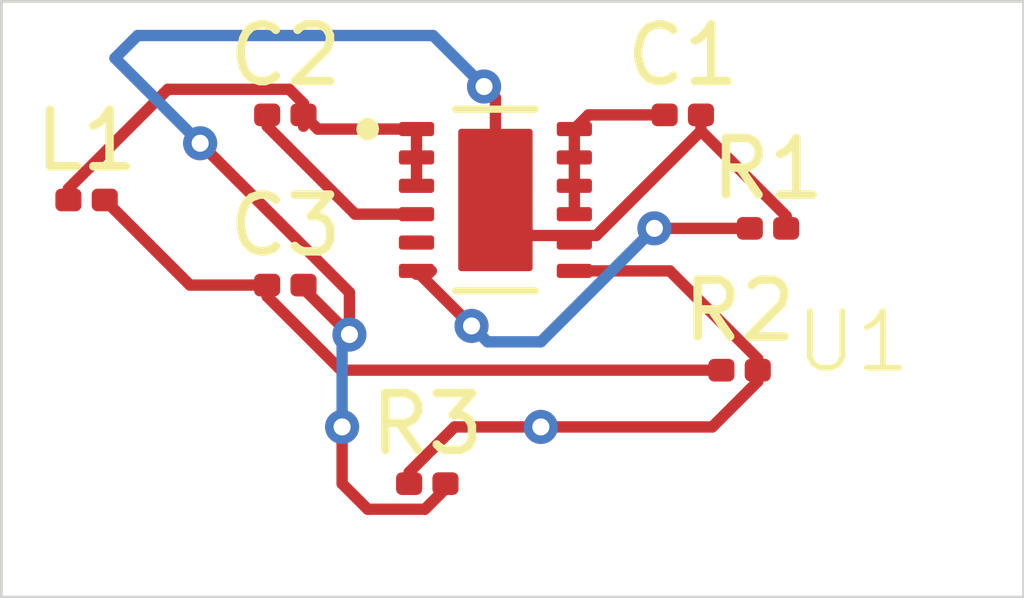
<source format=kicad_pcb>
(kicad_pcb (version 20241229) (generator "pcbnew") (generator_version "9.0")
  (layers (0 "F.Cu" signal) (2 "B.Cu" signal) (13 "F.Paste" user) (15 "B.Paste" user) (5 "F.SilkS" user "F.Silkscreen") (7 "B.SilkS" user "B.Silkscreen") (1 "F.Mask" user) (3 "B.Mask" user) (25 "Edge.Cuts" user))
  (net 0 "")
  (net 1 "GND")
  (net 2 "+7.6V")
  (net 3 "Net-(C2-Pad2)")
  (net 4 "Net-(U1-BOOT)")
  (net 5 "Net-(C3-Pad1)")
  (net 6 "Net-(U1-RT)")
  (net 7 "Net-(U1-FB)")
  (footprint "Inductor_SMD:L_0201_0603Metric" (layer "F.Cu") (at 126 91)
    (property "Reference" "L1" (at 0 -1.05 0) (layer "F.SilkS"))
    (property "Value" "L")
    (pad "1" smd roundrect (at -0.32 0) (size 0.46 0.4) (layers "F.Cu" "F.Mask") (net 3 "Net-(C2-Pad2)"))
    (pad "2" smd roundrect (at 0.32 0) (size 0.46 0.4) (layers "F.Cu" "F.Mask") (net 5 "Net-(C3-Pad1)"))
  )
  (footprint "Capacitor_SMD:C_0201_0603Metric" (layer "F.Cu") (at 129.5 92.5)
    (property "Reference" "C3" (at 0 -1.05 0) (layer "F.SilkS"))
    (property "Value" "C")
    (pad "1" smd roundrect (at -0.32 0) (size 0.46 0.4) (layers "F.Cu" "F.Mask") (net 5 "Net-(C3-Pad1)"))
    (pad "2" smd roundrect (at 0.32 0) (size 0.46 0.4) (layers "F.Cu" "F.Mask") (net 1 "GND"))
  )
  (footprint "Resistor_SMD:R_0201_0603Metric" (layer "F.Cu") (at 132 96)
    (property "Reference" "R3" (at 0 -1.05 0) (layer "F.SilkS"))
    (property "Value" "R")
    (pad "1" smd roundrect (at -0.32 0) (size 0.46 0.4) (layers "F.Cu" "F.Mask") (net 7 "Net-(U1-FB)"))
    (pad "2" smd roundrect (at 0.32 0) (size 0.46 0.4) (layers "F.Cu" "F.Mask") (net 1 "GND"))
  )
  (footprint "Resistor_SMD:R_0201_0603Metric" (layer "F.Cu") (at 138 91.5)
    (property "Reference" "R1" (at 0 -1.05 0) (layer "F.SilkS"))
    (property "Value" "R")
    (pad "1" smd roundrect (at -0.32 0) (size 0.46 0.4) (layers "F.Cu" "F.Mask") (net 6 "Net-(U1-RT)"))
    (pad "2" smd roundrect (at 0.32 0) (size 0.46 0.4) (layers "F.Cu" "F.Mask") (net 1 "GND"))
  )
  (footprint "Resistor_SMD:R_0201_0603Metric" (layer "F.Cu") (at 137.5 94)
    (property "Reference" "R2" (at 0 -1.05 0) (layer "F.SilkS"))
    (property "Value" "R")
    (pad "1" smd roundrect (at -0.32 0) (size 0.46 0.4) (layers "F.Cu" "F.Mask") (net 5 "Net-(C3-Pad1)"))
    (pad "2" smd roundrect (at 0.32 0) (size 0.46 0.4) (layers "F.Cu" "F.Mask") (net 7 "Net-(U1-FB)"))
  )
  (footprint "Capacitor_SMD:C_0201_0603Metric" (layer "F.Cu") (at 136.5 89.5)
    (property "Reference" "C1" (at 0 -1.05 0) (layer "F.SilkS"))
    (property "Value" "C")
    (pad "1" smd roundrect (at -0.32 0) (size 0.46 0.4) (layers "F.Cu" "F.Mask") (net 2 "+7.6V"))
    (pad "2" smd roundrect (at 0.32 0) (size 0.46 0.4) (layers "F.Cu" "F.Mask") (net 1 "GND"))
  )
  (footprint "Capacitor_SMD:C_0201_0603Metric" (layer "F.Cu") (at 129.5 89.5)
    (property "Reference" "C2" (at 0 -1.05 0) (layer "F.SilkS"))
    (property "Value" "C")
    (pad "1" smd roundrect (at -0.32 0) (size 0.46 0.4) (layers "F.Cu" "F.Mask") (net 4 "Net-(U1-BOOT)"))
    (pad "2" smd roundrect (at 0.32 0) (size 0.46 0.4) (layers "F.Cu" "F.Mask") (net 3 "Net-(C2-Pad2)"))
  )
  (footprint "shrii:lmr" (layer "F.Cu") (at 139.5 94)
    (property "Reference" "U1" (at 0 -0.5 0) (layer "F.SilkS") (effects (font (thickness 0.1))))
    (property "Value" "LMR51450SDRRR")
    (fp_line (start -7 -4.6) (end -5.6 -4.6) (stroke (width 0.127)) (layer "F.SilkS"))
    (fp_line (start -7 -1.4) (end -5.6 -1.4) (stroke (width 0.127)) (layer "F.SilkS"))
    (fp_circle (center -8.55 -4.25) (end -8.45 -4.25) (stroke (width 0.2)) (fill no) (layer "F.SilkS"))
    (pad "1" smd roundrect (at -7.69 -4.25) (size 0.62 0.25) (layers "F.Cu" "F.Paste") (roundrect_rratio 0.2) (net 3 "Net-(C2-Pad2)"))
    (pad "2" smd roundrect (at -7.69 -3.75) (size 0.62 0.25) (layers "F.Cu" "F.Paste") (roundrect_rratio 0.2) (net 3 "Net-(C2-Pad2)"))
    (pad "3" smd roundrect (at -7.69 -3.25) (size 0.62 0.25) (layers "F.Cu" "F.Paste") (roundrect_rratio 0.2) (net 3 "Net-(C2-Pad2)"))
    (pad "4" smd roundrect (at -7.69 -2.75) (size 0.62 0.25) (layers "F.Cu" "F.Paste") (roundrect_rratio 0.2) (net 4 "Net-(U1-BOOT)"))
    (pad "5" smd roundrect (at -7.69 -2.25) (size 0.62 0.25) (layers "F.Cu" "F.Paste") (roundrect_rratio 0.2))
    (pad "6" smd roundrect (at -7.69 -1.75) (size 0.62 0.25) (layers "F.Cu" "F.Paste") (roundrect_rratio 0.2) (net 6 "Net-(U1-RT)"))
    (pad "7" smd roundrect (at -4.91 -1.75) (size 0.62 0.25) (layers "F.Cu" "F.Paste") (roundrect_rratio 0.2) (net 7 "Net-(U1-FB)"))
    (pad "8" smd roundrect (at -4.91 -2.25) (size 0.62 0.25) (layers "F.Cu" "F.Paste") (roundrect_rratio 0.2) (net 1 "GND"))
    (pad "9" smd roundrect (at -4.91 -2.75) (size 0.62 0.25) (layers "F.Cu" "F.Paste") (roundrect_rratio 0.2) (net 2 "+7.6V"))
    (pad "10" smd roundrect (at -4.91 -3.25) (size 0.62 0.25) (layers "F.Cu" "F.Paste") (roundrect_rratio 0.2) (net 2 "+7.6V"))
    (pad "11" smd roundrect (at -4.91 -3.75) (size 0.62 0.25) (layers "F.Cu" "F.Paste") (roundrect_rratio 0.2) (net 2 "+7.6V"))
    (pad "12" smd roundrect (at -4.91 -4.25) (size 0.62 0.25) (layers "F.Cu" "F.Paste") (roundrect_rratio 0.2) (net 2 "+7.6V"))
    (pad "13" smd custom (at -6.3 -3) (size 0.5 0.5) (layers "F.Cu") (net 1 "GND") (options (clearance outline) (anchor rect)) (primitives (gr_poly (pts (xy -0.65 -1.2) (xy -0.65 1.2) (xy -0.65 1.203) (xy -0.65 1.205) (xy -0.649 1.208) (xy -0.649 1.21) (xy -0.648 1.213) (xy -0.648 1.215) (xy -0.647 1.218) (xy -0.646 1.22) (xy -0.645 1.223) (xy -0.643 1.225) (xy -0.642 1.227) (xy -0.64 1.229) (xy -0.639 1.231) (xy -0.637 1.233) (xy -0.635 1.235) (xy -0.633 1.237) (xy -0.631 1.239) (xy -0.629 1.24) (xy -0.627 1.242) (xy -0.625 1.243) (xy -0.623 1.245) (xy -0.62 1.246) (xy -0.618 1.247) (xy -0.615 1.248) (xy -0.613 1.248) (xy -0.61 1.249) (xy -0.608 1.249) (xy -0.605 1.25) (xy -0.603 1.25) (xy -0.6 1.25) (xy 0.6 1.25) (xy 0.603 1.25) (xy 0.605 1.25) (xy 0.608 1.249) (xy 0.61 1.249) (xy 0.613 1.248) (xy 0.615 1.248) (xy 0.618 1.247) (xy 0.62 1.246) (xy 0.623 1.245) (xy 0.625 1.243) (xy 0.627 1.242) (xy 0.629 1.24) (xy 0.631 1.239) (xy 0.633 1.237) (xy 0.635 1.235) (xy 0.637 1.233) (xy 0.639 1.231) (xy 0.64 1.229) (xy 0.642 1.227) (xy 0.643 1.225) (xy 0.645 1.223) (xy 0.646 1.22) (xy 0.647 1.218) (xy 0.648 1.215) (xy 0.648 1.213) (xy 0.649 1.21) (xy 0.649 1.208) (xy 0.65 1.205) (xy 0.65 1.203) (xy 0.65 1.2) (xy 0.65 -1.2) (xy 0.65 -1.203) (xy 0.65 -1.205) (xy 0.649 -1.208) (xy 0.649 -1.21) (xy 0.648 -1.213) (xy 0.648 -1.215) (xy 0.647 -1.218) (xy 0.646 -1.22) (xy 0.645 -1.223) (xy 0.643 -1.225) (xy 0.642 -1.227) (xy 0.64 -1.229) (xy 0.639 -1.231) (xy 0.637 -1.233) (xy 0.635 -1.235) (xy 0.633 -1.237) (xy 0.631 -1.239) (xy 0.629 -1.24) (xy 0.627 -1.242) (xy 0.625 -1.243) (xy 0.623 -1.245) (xy 0.62 -1.246) (xy 0.618 -1.247) (xy 0.615 -1.248) (xy 0.613 -1.248) (xy 0.61 -1.249) (xy 0.608 -1.249) (xy 0.605 -1.25) (xy 0.603 -1.25) (xy 0.6 -1.25) (xy -0.6 -1.25) (xy -0.603 -1.25) (xy -0.605 -1.25) (xy -0.608 -1.249) (xy -0.61 -1.249) (xy -0.613 -1.248) (xy -0.615 -1.248) (xy -0.618 -1.247) (xy -0.62 -1.246) (xy -0.623 -1.245) (xy -0.625 -1.243) (xy -0.627 -1.242) (xy -0.629 -1.24) (xy -0.631 -1.239) (xy -0.633 -1.237) (xy -0.635 -1.235) (xy -0.637 -1.233) (xy -0.639 -1.231) (xy -0.64 -1.229) (xy -0.642 -1.227) (xy -0.643 -1.225) (xy -0.645 -1.223) (xy -0.646 -1.22) (xy -0.647 -1.218) (xy -0.648 -1.215) (xy -0.648 -1.213) (xy -0.649 -1.21) (xy -0.649 -1.208) (xy -0.65 -1.205) (xy -0.65 -1.203) (xy -0.65 -1.2)) (width 0.01) (fill yes))))
  )
  (gr_rect (start 124.5 87.5) (end 142.5 98) (stroke (width 0.05)) (fill no) (layer "Edge.Cuts"))
  (segment (start 130.62891 92.62891) (end 128 90) (width 0.2) (layer "F.Cu") (net 1))
  (segment (start 138.32 91.5) (end 138.32 91.282064) (width 0.2) (layer "F.Cu") (net 1))
  (segment (start 130.951 96.451) (end 130.5 96) (width 0.2) (layer "F.Cu") (net 1))
  (segment (start 133.826 91.626) (end 134.976064 91.626) (width 0.2) (layer "F.Cu") (net 1))
  (segment (start 129.82 92.56218) (end 130.62891 93.37109) (width 0.2) (layer "F.Cu") (net 1))
  (segment (start 129.82 92.5) (end 129.946 92.626) (width 0.2) (layer "F.Cu") (net 1))
  (segment (start 130.62891 93.37109) (end 130.62891 92.62891) (width 0.2) (layer "F.Cu") (net 1))
  (segment (start 136.82 89.782064) (end 136.82 89.5) (width 0.2) (layer "F.Cu") (net 1))
  (segment (start 138.32 91.282064) (end 136.82 89.782064) (width 0.2) (layer "F.Cu") (net 1))
  (segment (start 133.2 91) (end 133.826 91.626) (width 0.2) (layer "F.Cu") (net 1))
  (segment (start 130.5 96) (end 130.5 95) (width 0.2) (layer "F.Cu") (net 1))
  (segment (start 131.95816 96.451) (end 130.951 96.451) (width 0.2) (layer "F.Cu") (net 1))
  (segment (start 133.2 89.2) (end 133 89) (width 0.2) (layer "F.Cu") (net 1))
  (segment (start 129.82 92.5) (end 129.82 92.56218) (width 0.2) (layer "F.Cu") (net 1))
  (segment (start 132.32 96.08916) (end 131.95816 96.451) (width 0.2) (layer "F.Cu") (net 1))
  (segment (start 134.976064 91.626) (end 136.82 89.782064) (width 0.2) (layer "F.Cu") (net 1))
  (segment (start 132.32 96) (end 132.32 96.08916) (width 0.2) (layer "F.Cu") (net 1))
  (segment (start 133.2 91) (end 133.2 89.2) (width 0.2) (layer "F.Cu") (net 1))
  (via (at 128 90) (size 0.6) (drill 0.3) (layers "F.Cu" "B.Cu") (net 1))
  (via (at 133 89) (size 0.6) (drill 0.3) (layers "F.Cu" "B.Cu") (net 1))
  (via (at 130.62891 93.37109) (size 0.6) (drill 0.3) (layers "F.Cu" "B.Cu") (net 1))
  (via (at 130.5 95) (size 0.6) (drill 0.3) (layers "F.Cu" "B.Cu") (net 1))
  (segment (start 126.899 88.101) (end 132.101 88.101) (width 0.2) (layer "B.Cu") (net 1))
  (segment (start 132.101 88.101) (end 133 89) (width 0.2) (layer "B.Cu") (net 1))
  (segment (start 130.5 93.5) (end 130.62891 93.37109) (width 0.2) (layer "B.Cu") (net 1))
  (segment (start 128 90) (end 126.5 88.5) (width 0.2) (layer "B.Cu") (net 1))
  (segment (start 130.5 95) (end 130.5 93.5) (width 0.2) (layer "B.Cu") (net 1))
  (segment (start 126.5 88.5) (end 126.899 88.101) (width 0.2) (layer "B.Cu") (net 1))
  (segment (start 134.84 89.5) (end 134.59 89.75) (width 0.2) (layer "F.Cu") (net 2))
  (segment (start 134.59 89.75) (end 134.59 90.25) (width 0.2) (layer "F.Cu") (net 2))
  (segment (start 136.18 89.5) (end 134.84 89.5) (width 0.2) (layer "F.Cu") (net 2))
  (segment (start 134.59 90.25) (end 134.59 91.25) (width 0.2) (layer "F.Cu") (net 2))
  (segment (start 129.82 89.699999) (end 129.82 89.5) (width 0.2) (layer "F.Cu") (net 3))
  (segment (start 125.68 90.800001) (end 127.431001 89.049) (width 0.2) (layer "F.Cu") (net 3))
  (segment (start 129.568999 89.049) (end 129.82 89.300001) (width 0.2) (layer "F.Cu") (net 3))
  (segment (start 127.431001 89.049) (end 129.568999 89.049) (width 0.2) (layer "F.Cu") (net 3))
  (segment (start 131.81 89.75) (end 130.07 89.75) (width 0.2) (layer "F.Cu") (net 3))
  (segment (start 129.82 89.300001) (end 129.82 89.5) (width 0.2) (layer "F.Cu") (net 3))
  (segment (start 125.68 91) (end 125.68 90.800001) (width 0.2) (layer "F.Cu") (net 3))
  (segment (start 131.81 89.75) (end 131.81 90.75) (width 0.2) (layer "F.Cu") (net 3))
  (segment (start 130.07 89.75) (end 129.82 89.5) (width 0.2) (layer "F.Cu") (net 3))
  (segment (start 129.18 89.699999) (end 130.730001 91.25) (width 0.2) (layer "F.Cu") (net 4))
  (segment (start 130.730001 91.25) (end 131.81 91.25) (width 0.2) (layer "F.Cu") (net 4))
  (segment (start 129.18 89.5) (end 129.18 89.699999) (width 0.2) (layer "F.Cu") (net 4))
  (segment (start 129.18 92.5) (end 127.82 92.5) (width 0.2) (layer "F.Cu") (net 5))
  (segment (start 137.18 94) (end 130.480001 94) (width 0.2) (layer "F.Cu") (net 5))
  (segment (start 127.82 92.5) (end 126.32 91) (width 0.2) (layer "F.Cu") (net 5))
  (segment (start 129.18 92.699999) (end 129.18 92.5) (width 0.2) (layer "F.Cu") (net 5))
  (segment (start 130.480001 94) (end 129.18 92.699999) (width 0.2) (layer "F.Cu") (net 5))
  (segment (start 131.81 92.25) (end 131.81 92.31) (width 0.2) (layer "F.Cu") (net 6))
  (segment (start 137.68 91.5) (end 136 91.5) (width 0.2) (layer "F.Cu") (net 6))
  (segment (start 131.81 92.25) (end 132.78 93.22) (width 0.2) (layer "F.Cu") (net 6))
  (segment (start 131.81 92.25) (end 132.072064 92.25) (width 0.2) (layer "F.Cu") (net 6))
  (via (at 132.78 93.22) (size 0.6) (drill 0.3) (layers "F.Cu" "B.Cu") (net 6))
  (via (at 136 91.5) (size 0.6) (drill 0.3) (layers "F.Cu" "B.Cu") (net 6))
  (segment (start 136 91.5) (end 134 93.5) (width 0.2) (layer "B.Cu") (net 6))
  (segment (start 134 93.5) (end 133.06 93.5) (width 0.2) (layer "B.Cu") (net 6))
  (segment (start 133.06 93.5) (end 132.78 93.22) (width 0.2) (layer "B.Cu") (net 6))
  (segment (start 137.82 94) (end 137.82 93.800001) (width 0.2) (layer "F.Cu") (net 7))
  (segment (start 136.269999 92.25) (end 136.25 92.25) (width 0.2) (layer "F.Cu") (net 7))
  (segment (start 136.269999 92.25) (end 134.59 92.25) (width 0.2) (layer "F.Cu") (net 7))
  (segment (start 137.019999 95) (end 137.82 94.199999) (width 0.2) (layer "F.Cu") (net 7))
  (segment (start 131.68 96) (end 131.68 95.800001) (width 0.2) (layer "F.Cu") (net 7))
  (segment (start 137.82 94.199999) (end 137.82 94) (width 0.2) (layer "F.Cu") (net 7))
  (segment (start 132.480001 95) (end 134 95) (width 0.2) (layer "F.Cu") (net 7))
  (segment (start 134 95) (end 137.019999 95) (width 0.2) (layer "F.Cu") (net 7))
  (segment (start 137.82 93.800001) (end 136.269999 92.25) (width 0.2) (layer "F.Cu") (net 7))
  (segment (start 131.68 95.800001) (end 132.480001 95) (width 0.2) (layer "F.Cu") (net 7))
  (via (at 134 95) (size 0.6) (drill 0.3) (layers "F.Cu" "B.Cu") (net 7))
)
</source>
